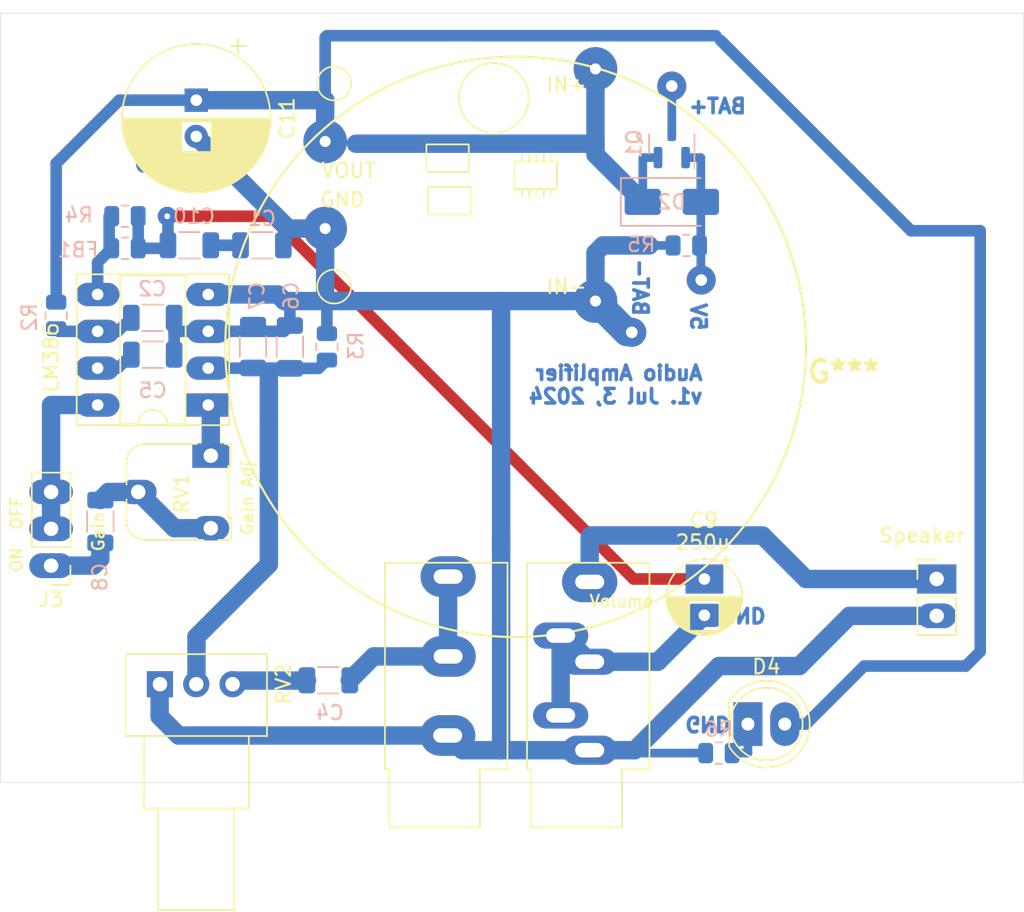
<source format=kicad_pcb>
(kicad_pcb (version 20221018) (generator pcbnew)
  (title_block (rev "1"))
  (layers (0 "F.Cu" signal "Front") (1 "In1.Cu" signal) (2 "In2.Cu" signal) (31 "B.Cu" signal "Back") (34 "B.Paste" user) (35 "F.Paste" user) (36 "B.SilkS" user "B.Silkscreen") (37 "F.SilkS" user "F.Silkscreen") (38 "B.Mask" user) (39 "F.Mask" user) (44 "Edge.Cuts" user))
  (net 0 "")
  (net 1 "GND")
  (net 2 "Net-(C1-Pad2)")
  (net 3 "Net-(U1-V+)")
  (net 4 "+12V")
  (net 5 "SIG_IN")
  (net 6 "Net-(C4-Pad2)")
  (net 7 "Net-(U1-BYPASS)")
  (net 8 "Net-(U1--)")
  (net 9 "Net-(J3-Pin_1)")
  (net 10 "Net-(C10-Pad2)")
  (net 11 "Net-(D2-K)")
  (net 12 "Net-(D2-A)")
  (net 13 "Net-(FB1-Pad1)")
  (net 14 "Net-(RV1-Pad1)")
  (net 15 "Net-(J3-Pin_2)")
  (net 16 "Net-(C8-Pad1)")
  (net 17 "AUDIO_OUT")
  (net 18 "Net-(J6-PadTN)")
  (net 19 "Net-(D4-K)")
  (net 20 "Net-(Q1-D)")
  (footprint "Potentiometer_THT:Potentiometer_Runtron_RM-065_Vertical" (layer "F.Cu") (at 139 57.5 -90)
    (fp_text reference "RV1" (at 2.6 2 -270) (layer "F.SilkS"))
    (fp_text value "100")
    (pad "1" thru_hole rect (at 0 0 270) (size 1.6764 2.54) (drill 1) (layers "*.Cu" "*.Mask") (net 14 "Net-(RV1-Pad1)"))
    (pad "2" thru_hole oval (at 2.5 5 270) (size 1.6764 2.54) (drill 1) (layers "*.Cu" "*.Mask") (net 16 "Net-(C8-Pad1)"))
    (pad "3" thru_hole oval (at 5 0 90) (size 1.6764 2.54) (drill 1) (layers "*.Cu" "*.Mask") (net 16 "Net-(C8-Pad1)"))
  )
  (footprint "Connector_PinHeader_2.54mm:PinHeader_1x03_P2.54mm_Vertical" (layer "F.Cu") (at 128 65.08 180)
    (fp_text reference "J3" (at 0 -2.33) (layer "F.SilkS"))
    (fp_text value "Gain" hide)
    (pad "1" thru_hole oval (at 0 0 180) (size 3 1.7) (drill 1) (layers "*.Cu" "*.Mask") (net 9 "Net-(J3-Pin_1)"))
    (pad "2" thru_hole oval (at 0 2.54 180) (size 3 1.7) (drill 1) (layers "*.Cu" "*.Mask") (net 15 "Net-(J3-Pin_2)"))
    (pad "3" thru_hole oval (at 0 5.08 180) (size 3 1.7) (drill 1) (layers "*.Cu" "*.Mask") (net 15 "Net-(J3-Pin_2)"))
  )
  (footprint "MountingHole:MountingHole_3.2mm_M3" (layer "F.Cu") (at 191 76 90)
    (fp_text reference "H4" hide)
    (fp_text value "MountingHole" hide)
    (pad "" np_thru_hole circle (at 0 0 90) (size 3.2 3.2) (drill 3.2) (layers "*.Cu" "*.Mask"))
  )
  (footprint "MountingHole:MountingHole_3.2mm_M3" (layer "F.Cu") (at 128 31 90)
    (fp_text reference "H1" hide)
    (fp_text value "MountingHole" hide)
    (pad "" np_thru_hole circle (at 0 0 90) (size 3.2 3.2) (drill 3.2) (layers "*.Cu" "*.Mask"))
  )
  (footprint "Connector_Audio:Jack_3.5mm_CUI_SJ1-3533NG_Horizontal" (layer "F.Cu") (at 155.318 77.8 180)
    (fp_text reference "J4" hide)
    (fp_text value "Audio_IN" hide)
    (pad "R" thru_hole oval (at -0.032 11.964 180) (size 3.8 2.8) (drill oval 2 1) (layers "*.Cu" "*.Mask") (net 5 "SIG_IN"))
    (pad "S" thru_hole oval (at 0 1.016 180) (size 3.8 2.8) (drill oval 2 1) (layers "*.Cu" "*.Mask") (net 1 "GND"))
    (pad "T" thru_hole oval (at -0.032 6.464 180) (size 3.8 2.8) (drill oval 2 1) (layers "*.Cu" "*.Mask") (net 5 "SIG_IN"))
  )
  (footprint "LED_THT:LED_D5.0mm" (layer "F.Cu") (at 176 76)
    (fp_text reference "D4" (at 1.27 -3.96) (layer "F.SilkS"))
    (fp_text value "PWR_OK")
    (pad "1" thru_hole rect (at 0 0) (size 2 3) (drill 0.9) (layers "*.Cu" "*.Mask") (net 19 "Net-(D4-K)"))
    (pad "2" thru_hole oval (at 2.54 0) (size 2 3) (drill 0.9) (layers "*.Cu" "*.Mask") (net 4 "+12V"))
  )
  (footprint "Connector_Audio:Jack_3.5mm_CUI_SJ1-3535NG_Horizontal" (layer "F.Cu") (at 165.1 77.8 180)
    (fp_text reference "J6" hide)
    (fp_text value "Headphones")
    (pad "R" thru_hole oval (at 2 7.9 180) (size 3.8 1.8) (drill oval 2 1) (layers "*.Cu" "*.Mask") (net 17 "AUDIO_OUT"))
    (pad "RN" thru_hole oval (at 0 6.1 180) (size 3.8 1.8) (drill oval 2 1) (layers "*.Cu" "*.Mask") (net 17 "AUDIO_OUT"))
    (pad "S" thru_hole oval (at 0 0 180) (size 3.8 2) (drill oval 2 1) (layers "*.Cu" "*.Mask") (net 1 "GND"))
    (pad "T" thru_hole oval (at 2 2.4 180) (size 3.8 1.8) (drill oval 2 1) (layers "*.Cu" "*.Mask") (net 17 "AUDIO_OUT"))
    (pad "TN" thru_hole oval (at 0 11.6 180) (size 3.8 2.8) (drill oval 2 1) (layers "*.Cu" "*.Mask") (net 18 "Net-(J6-PadTN)"))
  )
  (footprint "Connector_PinHeader_2.54mm:PinHeader_1x02_P2.54mm_Vertical" (layer "F.Cu") (at 189 66)
    (fp_text reference "LS1" hide)
    (fp_text value "Speaker" (at -1 -3) (layer "F.SilkS"))
    (pad "1" thru_hole rect (at 0 0) (size 2.7 2) (drill 1) (layers "*.Cu" "*.Mask") (net 18 "Net-(J6-PadTN)"))
    (pad "2" thru_hole oval (at 0 2.54) (size 2.7 1.7) (drill 1) (layers "*.Cu" "*.Mask") (net 1 "GND"))
  )
  (footprint "Package_DIP:DIP-8_W7.62mm_Socket_LongPads" (layer "F.Cu") (at 138.8254 54.0098 180)
    (fp_text reference "U1" hide)
    (fp_text value "LM386" (at 10.8254 3.283001 90) (layer "F.SilkS"))
    (pad "1" thru_hole rect (at 0 0 180) (size 3 1.6) (drill 0.8) (layers "*.Cu" "*.Mask") (net 14 "Net-(RV1-Pad1)"))
    (pad "2" thru_hole oval (at 0 2.54 180) (size 3 1.6) (drill 0.8) (layers "*.Cu" "*.Mask") (net 8 "Net-(U1--)"))
    (pad "3" thru_hole oval (at 0 5.08 180) (size 3 1.6) (drill 0.8) (layers "*.Cu" "*.Mask") (net 1 "GND"))
    (pad "4" thru_hole oval (at 0 7.62 180) (size 3 1.6) (drill 0.8) (layers "*.Cu" "*.Mask") (net 1 "GND"))
    (pad "5" thru_hole oval (at 7.62 7.62 180) (size 3 1.6) (drill 0.8) (layers "*.Cu" "*.Mask") (net 13 "Net-(FB1-Pad1)"))
    (pad "6" thru_hole oval (at 7.62 5.08 180) (size 3 1.6) (drill 0.8) (layers "*.Cu" "*.Mask") (net 3 "Net-(U1-V+)"))
    (pad "7" thru_hole oval (at 7.62 2.54 180) (size 3 1.6) (drill 0.8) (layers "*.Cu" "*.Mask") (net 7 "Net-(U1-BYPASS)"))
    (pad "8" thru_hole oval (at 7.62 0 180) (size 3 1.6) (drill 0.8) (layers "*.Cu" "*.Mask") (net 15 "Net-(J3-Pin_2)"))
  )
  (footprint "Potentiometer_THT:Potentiometer_Alps_RK09Y11_Single_Horizontal" (layer "F.Cu") (at 135.5 73.25 90)
    (fp_text reference "RV2" (at 0 8.5 90) (layer "F.SilkS"))
    (fp_text value "100k")
    (pad "1" thru_hole rect (at 0 0 270) (size 1.8 1.8) (drill 1) (layers "*.Cu" "*.Mask") (net 1 "GND"))
    (pad "2" thru_hole circle (at 0 2.5 270) (size 1.8 1.8) (drill 1) (layers "*.Cu" "*.Mask") (net 8 "Net-(U1--)"))
    (pad "3" thru_hole circle (at 0 5 270) (size 1.8 1.8) (drill 1) (layers "*.Cu" "*.Mask") (net 6 "Net-(C4-Pad2)"))
  )
  (footprint "!my-lib:SD6271_StepUp" (layer "F.Cu") (at 155.5 26.345)
    (fp_text reference "U2" hide)
    (fp_text value "SD6271 Step Up" hide)
    (fp_text user "IN-" (at 8 19.5 unlocked) (layer "F.SilkS"))
    (fp_text user "IN+" (at 8 5.58 unlocked) (layer "F.SilkS"))
    (fp_text user "GND" (at -7.437806 13.524214 unlocked) (layer "F.SilkS"))
    (fp_text user "VOUT" (at -7 11.5 unlocked) (layer "F.SilkS"))
    (pad "1" thru_hole circle (at 10 4.5) (size 3 3) (drill 0.762) (layers "*.Cu" "*.Mask") (net 11 "Net-(D2-K)"))
    (pad "2" thru_hole circle (at 10 20.5) (size 3 3) (drill 0.762) (layers "*.Cu" "*.Mask") (net 1 "GND"))
    (pad "3" thru_hole circle (at -8.62 15.5) (size 3 3) (drill 0.762) (layers "*.Cu" "*.Mask") (net 1 "GND"))
    (pad "4" thru_hole circle (at -8.62 9.5) (size 3 3) (drill 0.762) (layers "*.Cu" "*.Mask") (net 4 "+12V"))
  )
  (footprint "Capacitor_THT:CP_Radial_D5.0mm_P2.50mm" (layer "F.Cu") (at 173 66 -90)
    (fp_text reference "C9" (at -4.040025 0.036331) (layer "F.SilkS"))
    (fp_text value "250u" (at -2.533129 0.117057) (layer "F.SilkS"))
    (pad "1" thru_hole rect (at 0 0 270) (size 2 2.6) (drill 0.8) (layers "*.Cu" "*.Mask") (net 10 "Net-(C10-Pad2)"))
    (pad "2" thru_hole oval (at 2.5 0 270) (size 1.6 3) (drill 0.8) (layers "*.Cu" "*.Mask") (net 17 "AUDIO_OUT"))
  )
  (footprint "Capacitor_THT:CP_Radial_D10.0mm_P2.50mm" (layer "F.Cu") (at 138 33 -90)
    (fp_text reference "C11" (at 1.25 -6.25 90) (layer "F.SilkS"))
    (fp_text value "1000u")
    (pad "1" thru_hole rect (at 0 0 270) (size 1.6 1.6) (drill 0.8) (layers "*.Cu" "*.Mask") (net 4 "+12V"))
    (pad "2" thru_hole circle (at 2.5 0 270) (size 1.6 1.6) (drill 0.8) (layers "*.Cu" "*.Mask") (net 1 "GND"))
  )
  (footprint "MountingHole:MountingHole_3.2mm_M3" (layer "F.Cu") (at 128 76 90)
    (fp_text reference "H2" hide)
    (fp_text value "MountingHole" hide)
    (pad "" np_thru_hole circle (at 0 0 90) (size 3.2 3.2) (drill 3.2) (layers "*.Cu" "*.Mask"))
  )
  (footprint "MountingHole:MountingHole_3.2mm_M3" (layer "F.Cu") (at 191 31 180)
    (fp_text reference "H3" hide)
    (fp_text value "MountingHole" hide)
    (pad "" np_thru_hole circle (at 0 0 180) (size 3.2 3.2) (drill 3.2) (layers "*.Cu" "*.Mask"))
  )
  (footprint "LOGO" (layer "F.Cu") (at 182.606378 51.73414)
    (fp_text reference "G***" (at 0 0) (layer "F.SilkS") (effects (font (size 1.5 1.5) (thickness 0.3))))
    (fp_text value "LOGO" hide)
  )
  (footprint "Diode_SMD:D_SMA" (layer "B.Cu") (at 170.756593 40.010341)
    (fp_text reference "D2" (at 0 0) (layer "B.SilkS") (effects (justify mirror)))
    (fp_text value "Schottky")
    (pad "1" smd roundrect (at -2 0) (size 2.5 1.8) (layers "B.Cu" "B.Paste" "B.Mask") (roundrect_rratio 0.1388888889) (net 11 "Net-(D2-K)"))
    (pad "2" smd roundrect (at 2 0) (size 2.5 1.8) (layers "B.Cu" "B.Paste" "B.Mask") (roundrect_rratio 0.1388888889) (net 12 "Net-(D2-A)"))
  )
  (footprint "Capacitor_SMD:C_1206_3216Metric" (layer "B.Cu") (at 131.393948 62.034406 -90)
    (fp_text reference "C8" (at 3.834266 0.030848 -270) (layer "B.SilkS") (effects (justify mirror)))
    (fp_text value "10u")
    (pad "1" smd roundrect (at -1.475 0 270) (size 1.15 1.8) (layers "B.Cu" "B.Paste" "B.Mask") (roundrect_rratio 0.217391) (net 16 "Net-(C8-Pad1)"))
    (pad "2" smd roundrect (at 1.475 0 270) (size 1.15 1.8) (layers "B.Cu" "B.Paste" "B.Mask") (roundrect_rratio 0.217391) (net 9 "Net-(J3-Pin_1)"))
  )
  (footprint "Resistor_SMD:R_0805_2012Metric" (layer "B.Cu") (at 174 78 180)
    (fp_text reference "R6" (at 0 1.65) (layer "B.SilkS") (effects (justify mirror)))
    (fp_text value "10k")
    (pad "1" smd roundrect (at -0.9125 0 180) (size 1.025 1.4) (layers "B.Cu" "B.Paste" "B.Mask") (roundrect_rratio 0.243902) (net 19 "Net-(D4-K)"))
    (pad "2" smd roundrect (at 0.9125 0 180) (size 1.025 1.4) (layers "B.Cu" "B.Paste" "B.Mask") (roundrect_rratio 0.243902) (net 1 "GND"))
  )
  (footprint "Resistor_SMD:R_0805_2012Metric" (layer "B.Cu") (at 147 50 -90)
    (fp_text reference "R3" (at -0.072311 -2 90) (layer "B.SilkS") (effects (justify mirror)))
    (fp_text value "12k")
    (pad "1" smd roundrect (at -0.9125 0 270) (size 1.025 1.4) (layers "B.Cu" "B.Paste" "B.Mask") (roundrect_rratio 0.243902) (net 1 "GND"))
    (pad "2" smd roundrect (at 0.9125 0 270) (size 1.025 1.4) (layers "B.Cu" "B.Paste" "B.Mask") (roundrect_rratio 0.243902) (net 8 "Net-(U1--)"))
  )
  (footprint "Package_TO_SOT_SMD:SOT-23" (layer "B.Cu") (at 170.756593 36.019983 90)
    (fp_text reference "Q1" (at 0.002626 -2.602255 90) (layer "B.SilkS") (effects (justify mirror)))
    (fp_text value "AO3407")
    (pad "1" smd roundrect (at -0.9375 0.95 90) (size 1.475 0.6) (layers "B.Cu" "B.Paste" "B.Mask") (net 12 "Net-(D2-A)"))
    (pad "2" smd roundrect (at -0.9375 -0.95 90) (size 1.475 0.6) (layers "B.Cu" "B.Paste" "B.Mask") (net 11 "Net-(D2-K)"))
    (pad "3" smd roundrect (at 0.9375 0 90) (size 1.475 0.6) (layers "B.Cu" "B.Paste" "B.Mask") (net 20 "Net-(Q1-D)"))
  )
  (footprint "Resistor_SMD:R_0805_2012Metric" (layer "B.Cu") (at 133.0875 40.9981)
    (fp_text reference "R4" (at -3.175 -0.0762) (layer "B.SilkS") (effects (justify mirror)))
    (fp_text value "47")
    (pad "1" smd roundrect (at -0.9125 0) (size 1.025 1.4) (layers "B.Cu" "B.Paste" "B.Mask") (roundrect_rratio 0.243902) (net 13 "Net-(FB1-Pad1)"))
    (pad "2" smd roundrect (at 0.9125 0) (size 1.025 1.4) (layers "B.Cu" "B.Paste" "B.Mask") (roundrect_rratio 0.243902) (net 10 "Net-(C10-Pad2)"))
  )
  (footprint "Capacitor_SMD:C_1206_3216Metric" (layer "B.Cu") (at 144.4488 50.0066 -90)
    (fp_text reference "C6" (at -3.523753 -0.084389 -270) (layer "B.SilkS") (effects (justify mirror)))
    (fp_text value "2.2n")
    (pad "1" smd roundrect (at -1.475 0 270) (size 1.15 1.8) (layers "B.Cu" "B.Paste" "B.Mask") (roundrect_rratio 0.217391) (net 1 "GND"))
    (pad "2" smd roundrect (at 1.475 0 270) (size 1.15 1.8) (layers "B.Cu" "B.Paste" "B.Mask") (roundrect_rratio 0.217391) (net 8 "Net-(U1--)"))
  )
  (footprint "Capacitor_SMD:C_1206_3216Metric" (layer "B.Cu") (at 142.525 43 180)
    (fp_text reference "C1" (at 0 1.85) (layer "B.SilkS") (effects (justify mirror)))
    (fp_text value "100n")
    (pad "1" smd roundrect (at -1.475 0 180) (size 1.15 1.8) (layers "B.Cu" "B.Paste" "B.Mask") (roundrect_rratio 0.217391) (net 1 "GND"))
    (pad "2" smd roundrect (at 1.475 0 180) (size 1.15 1.8) (layers "B.Cu" "B.Paste" "B.Mask") (roundrect_rratio 0.217391) (net 2 "Net-(C1-Pad2)"))
  )
  (footprint "Resistor_SMD:R_0805_2012Metric" (layer "B.Cu") (at 171.756593 43.010341 180)
    (fp_text reference "R5" (at 3.101288 0.067349) (layer "B.SilkS") (effects (justify mirror)))
    (fp_text value "100k")
    (pad "1" smd roundrect (at -0.9125 0 180) (size 1.025 1.4) (layers "B.Cu" "B.Paste" "B.Mask") (roundrect_rratio 0.243902) (net 12 "Net-(D2-A)"))
    (pad "2" smd roundrect (at 0.9125 0 180) (size 1.025 1.4) (layers "B.Cu" "B.Paste" "B.Mask") (roundrect_rratio 0.243902) (net 1 "GND"))
  )
  (footprint "Capacitor_SMD:C_1206_3216Metric" (layer "B.Cu") (at 141.9088 49.9812 -90)
    (fp_text reference "C7" (at -3.485953 -0.280834 -270) (layer "B.SilkS") (effects (justify mirror)))
    (fp_text value "2.2n")
    (pad "1" smd roundrect (at -1.475 0 270) (size 1.15 1.8) (layers "B.Cu" "B.Paste" "B.Mask") (roundrect_rratio 0.217391) (net 1 "GND"))
    (pad "2" smd roundrect (at 1.475 0 270) (size 1.15 1.8) (layers "B.Cu" "B.Paste" "B.Mask") (roundrect_rratio 0.217391) (net 8 "Net-(U1--)"))
  )
  (footprint "Resistor_SMD:R_0805_2012Metric" (layer "B.Cu") (at 133.0894 43.2079)
    (fp_text reference "FB1" (at -3.237532 0.106145) (layer "B.SilkS") (effects (justify mirror)))
    (fp_text value "FerriteBead" hide)
    (pad "1" smd roundrect (at -0.9125 0) (size 1.025 1.4) (layers "B.Cu" "B.Paste" "B.Mask") (roundrect_rratio 0.243902) (net 13 "Net-(FB1-Pad1)"))
    (pad "2" smd roundrect (at 0.9125 0) (size 1.025 1.4) (layers "B.Cu" "B.Paste" "B.Mask") (roundrect_rratio 0.243902) (net 10 "Net-(C10-Pad2)"))
  )
  (footprint "Capacitor_SMD:C_1206_3216Metric" (layer "B.Cu") (at 135 48 180)
    (fp_text reference "C2" (at 0.030514 2) (layer "B.SilkS") (effects (justify mirror)))
    (fp_text value "100n")
    (pad "1" smd roundrect (at -1.475 0 180) (size 1.15 1.8) (layers "B.Cu" "B.Paste" "B.Mask") (roundrect_rratio 0.217391) (net 1 "GND"))
    (pad "2" smd roundrect (at 1.475 0 180) (size 1.15 1.8) (layers "B.Cu" "B.Paste" "B.Mask") (roundrect_rratio 0.217391) (net 3 "Net-(U1-V+)"))
  )
  (footprint "Capacitor_SMD:C_1206_3216Metric" (layer "B.Cu") (at 137.525 43 180)
    (fp_text reference "C10" (at -0.322906 2) (layer "B.SilkS") (effects (justify mirror)))
    (fp_text value "100n")
    (pad "1" smd roundrect (at -1.475 0 180) (size 1.15 1.8) (layers "B.Cu" "B.Paste" "B.Mask") (roundrect_rratio 0.217391) (net 2 "Net-(C1-Pad2)"))
    (pad "2" smd roundrect (at 1.475 0 180) (size 1.15 1.8) (layers "B.Cu" "B.Paste" "B.Mask") (roundrect_rratio 0.217391) (net 10 "Net-(C10-Pad2)"))
  )
  (footprint "Capacitor_SMD:C_1206_3216Metric" (layer "B.Cu") (at 147.1 72.9805 180)
    (fp_text reference "C4" (at -0.093793 -2.235499) (layer "B.SilkS") (effects (justify mirror)))
    (fp_text value "4.7u")
    (pad "1" smd roundrect (at -1.475 0 180) (size 1.15 1.8) (layers "B.Cu" "B.Paste" "B.Mask") (roundrect_rratio 0.217391) (net 5 "SIG_IN"))
    (pad "2" smd roundrect (at 1.475 0 180) (size 1.15 1.8) (layers "B.Cu" "B.Paste" "B.Mask") (roundrect_rratio 0.217391) (net 6 "Net-(C4-Pad2)"))
  )
  (footprint "Capacitor_SMD:C_1206_3216Metric" (layer "B.Cu") (at 135.0018 50.54 180)
    (fp_text reference "C5" (at 0.0018 -2.46) (layer "B.SilkS") (effects (justify mirror)))
    (fp_text value "10u")
    (pad "1" smd roundrect (at -1.475 0 180) (size 1.15 1.8) (layers "B.Cu" "B.Paste" "B.Mask") (roundrect_rratio 0.217391) (net 1 "GND"))
    (pad "2" smd roundrect (at 1.475 0 180) (size 1.15 1.8) (layers "B.Cu" "B.Paste" "B.Mask") (roundrect_rratio 0.217391) (net 7 "Net-(U1-BYPASS)"))
  )
  (footprint "Resistor_SMD:R_0805_2012Metric" (layer "B.Cu") (at 128.350634 47.837569 -90)
    (fp_text reference "R2" (at 0.127607 1.849398 -270) (layer "B.SilkS") (effects (justify mirror)))
    (fp_text value "10")
    (pad "1" smd roundrect (at -0.9125 0 270) (size 1.025 1.4) (layers "B.Cu" "B.Paste" "B.Mask") (roundrect_rratio 0.243902) (net 4 "+12V"))
    (pad "2" smd roundrect (at 0.9125 0 270) (size 1.025 1.4) (layers "B.Cu" "B.Paste" "B.Mask") (roundrect_rratio 0.243902) (net 3 "Net-(U1-V+)"))
  )
  (gr_circle (center 160 50) (end 176 62) (stroke (width 0.1524)) (fill none) (layer "F.SilkS"))
  (gr_rect (start 124.5 27) (end 195 80.0254) (stroke (width 0.0381)) (fill none) (layer "Edge.Cuts"))
  (gr_text "BAT-" (at 168 48 270) (layer "B.Cu") (effects (font (size 1 1) (thickness 0.25) bold) (justify left bottom mirror)))
  (gr_text "GND" (at 173.985268 67.891488 180) (layer "B.Cu") (effects (font (size 1 1) (thickness 0.25) bold) (justify left bottom mirror)))
  (gr_text "GND" (at 171.549375 75.399969 180) (layer "B.Cu") (effects (font (size 1 1) (thickness 0.25) bold) (justify left bottom mirror)))
  (gr_text "5V" (at 172 49 270) (layer "B.Cu") (effects (font (size 1 1) (thickness 0.25) bold) (justify left bottom mirror)))
  (gr_text "GND" (at 137 38) (layer "B.Cu") (effects (font (size 1 1) (thickness 0.25) bold) (justify left bottom mirror)))
  (gr_text "Audio Amplifier\nv1. Jul 3, 2024" (at 173 54) (layer "B.Cu") (effects (font (size 1 1) (thickness 0.25) bold) (justify left bottom mirror)))
  (gr_text "BAT+" (at 176 34) (layer "B.Cu") (effects (font (size 1 1) (thickness 0.25) bold) (justify left bottom mirror)))
  (gr_text "Volume" (at 165 68) (layer "F.SilkS") (effects (font (size 0.8128 0.8128) (thickness 0.1524) bold) (justify left bottom)))
  (gr_text "Gain Adj" (at 141.970474 63.070752 90) (layer "F.SilkS") (effects (font (size 0.8128 0.8128) (thickness 0.1524) bold) (justify left bottom)))
  (gr_text "ON  OFF\n" (at 126.100079 65.629802 90) (layer "F.SilkS") (effects (font (size 0.8128 0.8128) (thickness 0.1524) bold) (justify left bottom)))
  (gr_text "Gain" (at 131.729394 64.188885 90) (layer "F.SilkS") (effects (font (size 0.8128 0.8128) (thickness 0.1524) bold) (justify left bottom)))
  (via (at 168 49) (size 2) (drill 0.8) (layers "F.Cu" "B.Cu") (net 1))
  (segment (start 135.475 75.475) (end 135.475 73) (width 1.27) (layer "B.Cu") (net 1))
  (segment (start 168.2 77.8) (end 165.1 77.8) (width 1.27) (layer "B.Cu") (net 1))
  (segment (start 169.212843 43.010341) (end 166.010341 43.010341) (width 1.27) (layer "B.Cu") (net 1))
  (segment (start 146.88 46.725) (end 147 46.845) (width 1.27) (layer "B.Cu") (net 1))
  (segment (start 166.010341 43.010341) (end 165.5 43.520682) (width 1.27) (layer "B.Cu") (net 1))
  (segment (start 147 49.0875) (end 147 46.845) (width 0.8) (layer "B.Cu") (net 1))
  (segment (start 159 77.8) (end 156.334 77.8) (width 1.27) (layer "B.Cu") (net 1))
  (segment (start 170.844093 43.010341) (end 169.212843 43.010341) (width 0.6) (layer "B.Cu") (net 1))
  (segment (start 138.8254 48.9298) (end 144.0506 48.9298) (width 0.8) (layer "B.Cu") (net 1))
  (segment (start 144.0654 46.845) (end 143.6102 46.3898) (width 1.27) (layer "B.Cu") (net 1))
  (segment (start 144.345 41.845) (end 146.88 41.845) (width 1.27) (layer "B.Cu") (net 1))
  (segment (start 144.0506 48.9298) (end 144.4488 48.5316) (width 0.8) (layer "B.Cu") (net 1))
  (segment (start 168.2 77.8) (end 174 72) (width 1.27) (layer "B.Cu") (net 1))
  (segment (start 183 68.54) (end 189 68.54) (width 1.27) (layer "B.Cu") (net 1))
  (segment (start 144.4488 47.2284) (end 144.0654 46.845) (width 0.8) (layer "B.Cu") (net 1))
  (segment (start 138.8254 48.9298) (end 136.5452 48.9298) (width 0.8) (layer "B.Cu") (net 1))
  (segment (start 138.8254 46.3898) (end 143.6102 46.3898) (width 1.27) (layer "B.Cu") (net 1))
  (segment (start 159 46.845) (end 165.5 46.845) (width 1.27) (layer "B.Cu") (net 1))
  (segment (start 136.475 49) (end 136.475 50.5382) (width 0.8) (layer "B.Cu") (net 1))
  (segment (start 168.4 78) (end 168.2 77.8) (width 0.6) (layer "B.Cu") (net 1))
  (segment (start 136.784 76.784) (end 135.475 75.475) (width 1.27) (layer "B.Cu") (net 1))
  (segment (start 147 46.845) (end 144.0654 46.845) (width 1.27) (layer "B.Cu") (net 1))
  (segment (start 138 35.5) (end 144.345 41.845) (width 1.27) (layer "B.Cu") (net 1))
  (segment (start 136.475 48) (end 136.475 49) (width 0.8) (layer "B.Cu") (net 1))
  (segment (start 167.655 49) (end 165.5 46.845) (width 1.905) (layer "B.Cu") (net 1))
  (segment (start 144.4488 48.5316) (end 144.4488 47.2284) (width 0.8) (layer "B.Cu") (net 1))
  (segment (start 148 46.845) (end 159 46.845) (width 1.27) (layer "B.Cu") (net 1))
  (segment (start 173.0875 78) (end 168.4 78) (width 0.6) (layer "B.Cu") (net 1))
  (segment (start 155.318 76.784) (end 136.784 76.784) (width 1.27) (layer "B.Cu") (net 1))
  (segment (start 165.5 43.520682) (end 165.5 46.845) (width 1.27) (layer "B.Cu") (net 1))
  (segment (start 159 64) (end 159 63) (width 1.27) (layer "B.Cu") (net 1))
  (segment (start 136.5452 48.9298) (end 136.475 49) (width 0.8) (layer "B.Cu") (net 1))
  (segment (start 168 49) (end 167.655 49) (width 1.905) (layer "B.Cu") (net 1))
  (segment (start 165.1 77.8) (end 159 77.8) (width 1.27) (layer "B.Cu") (net 1))
  (segment (start 174 72) (end 179.54 72) (width 1.27) (layer "B.Cu") (net 1))
  (segment (start 159 77.8) (end 159 64) (width 1.27) (layer "B.Cu") (net 1))
  (segment (start 159 64) (end 159 46.845) (width 1.27) (layer "B.Cu") (net 1))
  (segment (start 179.54 72) (end 183 68.54) (width 1.27) (layer "B.Cu") (net 1))
  (segment (start 156.334 77.8) (end 155.318 76.784) (width 1.27) (layer "B.Cu") (net 1))
  (segment (start 146.88 41.845) (end 146.88 46.725) (width 1.27) (layer "B.Cu") (net 1))
  (segment (start 148 46.845) (end 147 46.845) (width 1.27) (layer "B.Cu") (net 1))
  (segment (start 139 43) (end 141.05 43) (width 0.8) (layer "B.Cu") (net 2))
  (segment (start 131.2054 48.9298) (end 132.5952 48.9298) (width 0.8) (layer "B.Cu") (net 3))
  (segment (start 128.530365 48.9298) (end 128.350634 48.750069) (width 0.8) (layer "B.Cu") (net 3))
  (segment (start 132.5952 48.9298) (end 133.525 48) (width 0.8) (layer "B.Cu") (net 3))
  (segment (start 131.2054 48.9298) (end 128.530365 48.9298) (width 0.8) (layer "B.Cu") (net 3))
  (segment (start 147 28.556) (end 146.88 28.676) (width 0.8) (layer "B.Cu") (net 4))
  (segment (start 187.236892 42) (end 192 42) (width 0.8) (layer "B.Cu") (net 4))
  (segment (start 146.88 28.676) (end 146.88 33) (width 0.8) (layer "B.Cu") (net 4))
  (segment (start 174.118446 28.881554) (end 187.236892 42) (width 0.8) (layer "B.Cu") (net 4))
  (segment (start 128.350634 37.350634) (end 132.701268 33) (width 0.8) (layer "B.Cu") (net 4))
  (segment (start 184 72) (end 180 76) (width 0.8) (layer "B.Cu") (net 4))
  (segment (start 138 33) (end 146.88 33) (width 1.27) (layer "B.Cu") (net 4))
  (segment (start 132.701268 33) (end 138 33) (width 0.8) (layer "B.Cu") (net 4))
  (segment (start 146.88 33) (end 146.88 35.845) (width 1.27) (layer "B.Cu") (net 4))
  (segment (start 173.792891 28.556) (end 147 28.556) (width 0.8) (layer "B.Cu") (net 4))
  (segment (start 192 71) (end 191 72) (width 0.8) (layer "B.Cu") (net 4))
  (segment (start 128.350634 46.925069) (end 128.350634 37.350634) (width 0.8) (layer "B.Cu") (net 4))
  (segment (start 180 76) (end 178.54 76) (width 0.8) (layer "B.Cu") (net 4))
  (segment (start 192 42) (end 192 71) (width 0.8) (layer "B.Cu") (net 4))
  (segment (start 191 72) (end 184 72) (width 0.8) (layer "B.Cu") (net 4))
  (segment (start 155.35 65.836) (end 155.35 71.336) (width 1.27) (layer "B.Cu") (net 5))
  (segment (start 150.2195 71.336) (end 155.35 71.336) (width 1.27) (layer "B.Cu") (net 5))
  (segment (start 148.575 72.9805) (end 150.2195 71.336) (width 1.27) (layer "B.Cu") (net 5))
  (segment (start 140.555 73) (end 145.6055 73) (width 1.27) (layer "B.Cu") (net 6))
  (segment (start 145.6055 73) (end 145.625 72.9805) (width 1.27) (layer "B.Cu") (net 6))
  (segment (start 132.597 51.4698) (end 133.5268 50.54) (width 0.8) (layer "B.Cu") (net 7))
  (segment (start 131.2054 51.4698) (end 132.597 51.4698) (width 0.8) (layer "B.Cu") (net 7))
  (segment (start 143 65) (end 143 54.9125) (width 1.27) (layer "B.Cu") (net 8))
  (segment (start 143 54.9125) (end 143 52) (width 1.27) (layer "B.Cu") (net 8))
  (segment (start 144.4488 51.4816) (end 146.4309 51.4816) (width 0.8) (layer "B.Cu") (net 8))
  (segment (start 143 51.4698) (end 144.437 51.4698) (width 0.8) (layer "B.Cu") (net 8))
  (segment (start 138.015 69.985) (end 143 65) (width 1.27) (layer "B.Cu") (net 8))
  (segment (start 138.8254 51.4698) (end 143 51.4698) (width 0.8) (layer "B.Cu") (net 8))
  (segment (start 146.4309 51.4816) (end 147 50.9125) (width 0.8) (layer "B.Cu") (net 8))
  (segment (start 138.015 73) (end 138.015 69.985) (width 1.27) (layer "B.Cu") (net 8))
  (segment (start 128 65.08) (end 130.92 65.08) (width 1.27) (layer "B.Cu") (net 9))
  (segment (start 130.92 65.08) (end 131.393948 64.606052) (width 1.27) (layer "B.Cu") (net 9))
  (segment (start 131.393948 64.606052) (end 131.393948 63.509406) (width 1.27) (layer "B.Cu") (net 9))
  (segment (start 136 41) (end 143.12519 41) (width 0.8) (layer "F.Cu") (net 10))
  (segment (start 143.12519 41) (end 168.12519 66) (width 0.8) (layer "F.Cu") (net 10))
  (segment (start 168.12519 66) (end 173 66) (width 0.8) (layer "F.Cu") (net 10))
  (via (at 136 41) (size 1.3) (drill 0.4) (layers "F.Cu" "B.Cu") (net 10))
  (segment (start 134 40.9981) (end 134 43.206) (width 0.8) (layer "B.Cu") (net 10))
  (segment (start 136.05 43) (end 136.05 41.05) (width 0.8) (layer "B.Cu") (net 10))
  (segment (start 136.05 41.05) (end 136 41) (width 0.8) (layer "B.Cu") (net 10))
  (segment (start 134.0019 43.2079) (end 135.8421 43.2079) (width 0.8) (layer "B.Cu") (net 10))
  (segment (start 135.8421 43.2079) (end 136.05 43) (width 0.8) (layer "B.Cu") (net 10))
  (segment (start 168.756593 37.010341) (end 168.756593 40.010341) (width 0.6) (layer "B.Cu") (net 11))
  (segment (start 169.806593 36.957483) (end 168.809451 36.957483) (width 0.6) (layer "B.Cu") (net 11))
  (segment (start 165.5 36.753748) (end 168.756593 40.010341) (width 1.27) (layer "B.Cu") (net 11))
  (segment (start 165.5 36) (end 149 36) (width 1.27) (layer "B.Cu") (net 11))
  (segment (start 165.5 30.845) (end 165.5 36) (width 1.27) (layer "B.Cu") (net 11))
  (segment (start 165.5 36) (end 165.5 36.753748) (width 1.27) (layer "B.Cu") (net 11))
  (segment (start 168.809451 36.957483) (end 168.756593 37.010341) (width 0.6) (layer "B.Cu") (net 11))
  (via (at 172.783059 45.395972) (size 2) (drill 0.8) (layers "F.Cu" "B.Cu") (net 12))
  (segment (start 172.756593 45.369506) (end 172.783059 45.395972) (width 0.6) (layer "B.Cu") (net 12))
  (segment (start 172.756593 40.010341) (end 172.756593 36.957483) (width 0.6) (layer "B.Cu") (net 12))
  (segment (start 172.756593 40.010341) (end 172.756593 44.010341) (width 0.6) (layer "B.Cu") (net 12))
  (segment (start 171.706593 36.957483) (end 172.756593 36.957483) (width 0.6) (layer "B.Cu") (net 12))
  (segment (start 172.756593 44.010341) (end 172.756593 45.369506) (width 0.6) (layer "B.Cu") (net 12))
  (segment (start 132.051 43.1569) (end 132 43.2079) (width 0.8) (layer "B.Cu") (net 13))
  (segment (start 131.2054 46.3898) (end 131.2054 44.1794) (width 0.8) (layer "B.Cu") (net 13))
  (segment (start 131.2054 44.1794) (end 132.1769 43.2079) (width 0.8) (layer "B.Cu") (net 13))
  (segment (start 132 43.2079) (end 132 41) (width 0.8) (layer "B.Cu") (net 13))
  (segment (start 139 54.1844) (end 138.8254 54.0098) (width 1.27) (layer "B.Cu") (net 14))
  (segment (start 139 57.5) (end 139 54.1844) (width 1.27) (layer "B.Cu") (net 14))
  (segment (start 128 62.54) (end 128 60) (width 1.27) (layer "B.Cu") (net 15))
  (segment (start 128 54.0196) (end 128 60) (width 1.27) (layer "B.Cu") (net 15))
  (segment (start 128.0098 54.0098) (end 128 54.0196) (width 1.27) (layer "B.Cu") (net 15))
  (segment (start 131.2054 54.0098) (end 128.0098 54.0098) (width 1.27) (layer "B.Cu") (net 15))
  (segment (start 134 60) (end 131.953354 60) (width 1.27) (layer "B.Cu") (net 16))
  (segment (start 136.5 62.5) (end 139 62.5) (width 1.27) (layer "B.Cu") (net 16))
  (segment (start 131.953354 60) (end 131.393948 60.559406) (width 1.27) (layer "B.Cu") (net 16))
  (segment (start 134 60) (end 136.5 62.5) (width 1.27) (layer "B.Cu") (net 16))
  (segment (start 169.8 71.7) (end 173 68.5) (width 1.27) (layer "B.Cu") (net 17))
  (segment (start 165.1 71.7) (end 169.8 71.7) (width 1.27) (layer "B.Cu") (net 17))
  (segment (start 163.3 69.9) (end 165.1 71.7) (width 1.27) (layer "B.Cu") (net 17))
  (segment (start 163.1 75.4) (end 163.1 69.9) (width 1.27) (layer "B.Cu") (net 17))
  (segment (start 180 66) (end 189 66) (width 1.27) (layer "B.Cu") (net 18))
  (segment (start 165.1 63.1) (end 165.2 63) (width 1.27) (layer "B.Cu") (net 18))
  (segment (start 165.1 66.2) (end 165.1 63.1) (width 1.27) (layer "B.Cu") (net 18))
  (segment (start 165.2 63) (end 177 63) (width 1.27) (layer "B.Cu") (net 18))
  (segment (start 177 63) (end 180 66) (width 1.27) (layer "B.Cu") (net 18))
  (segment (start 174.9125 78) (end 176 78) (width 0.6) (layer "B.Cu") (net 19))
  (segment (start 176 78) (end 176 76) (width 0.6) (layer "B.Cu") (net 19))
  (via (at 170.755093 32.025335) (size 2) (drill 0.8) (layers "F.Cu" "B.Cu") (net 20))
  (segment (start 170.756593 32.026835) (end 170.755093 32.025335) (width 0.6) (layer "B.Cu") (net 20))
  (segment (start 170.756593 35.082483) (end 170.756593 32.026835) (width 0.6) (layer "B.Cu") (net 20))
)
</source>
